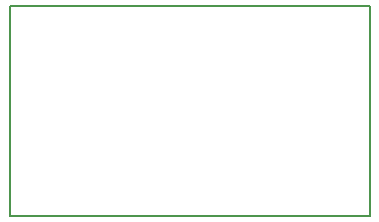
<source format=gko>
G75*
%MOIN*%
%OFA0B0*%
%FSLAX25Y25*%
%IPPOS*%
%LPD*%
%AMOC8*
5,1,8,0,0,1.08239X$1,22.5*
%
%ADD10C,0.00500*%
D10*
X0026256Y0081256D02*
X0146256Y0081256D01*
X0146256Y0151256D01*
X0026256Y0151256D01*
X0026256Y0081256D01*
M02*

</source>
